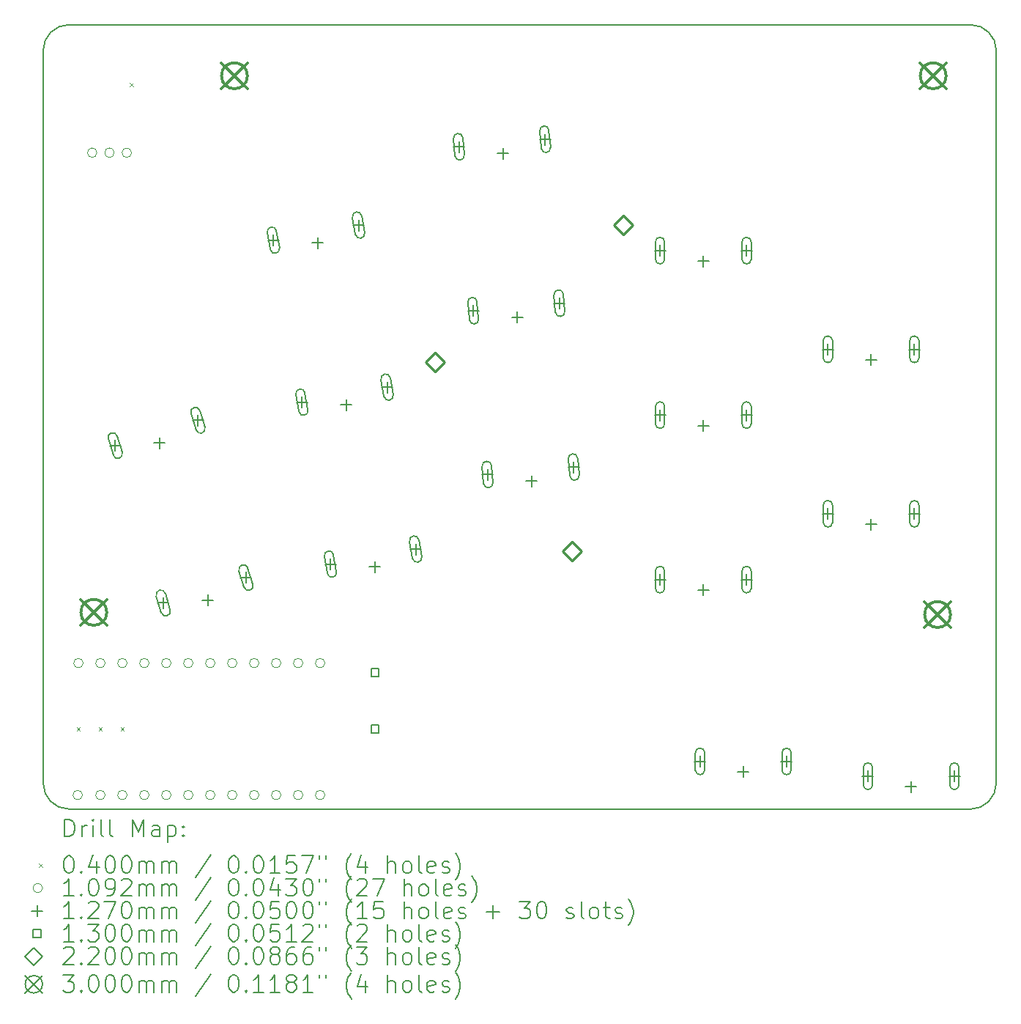
<source format=gbr>
%FSLAX45Y45*%
G04 Gerber Fmt 4.5, Leading zero omitted, Abs format (unit mm)*
G04 Created by KiCad (PCBNEW (6.0.4)) date 2022-08-11 03:07:47*
%MOMM*%
%LPD*%
G01*
G04 APERTURE LIST*
%TA.AperFunction,Profile*%
%ADD10C,0.150000*%
%TD*%
%ADD11C,0.200000*%
%ADD12C,0.040000*%
%ADD13C,0.109220*%
%ADD14C,0.127000*%
%ADD15C,0.130000*%
%ADD16C,0.220000*%
%ADD17C,0.300000*%
G04 APERTURE END LIST*
D10*
X19780321Y-14719637D02*
X30199060Y-14719637D01*
X19480323Y-14419637D02*
G75*
G03*
X19780321Y-14719637I299997J-3D01*
G01*
X19780321Y-5658142D02*
X30199060Y-5658142D01*
X30199060Y-14719630D02*
G75*
G03*
X30499060Y-14419637I10J299990D01*
G01*
X19480321Y-14419637D02*
X19480321Y-5958142D01*
X30499060Y-14419637D02*
X30499060Y-5958142D01*
X30499058Y-5958142D02*
G75*
G03*
X30199060Y-5658142I-299998J2D01*
G01*
X19780321Y-5658141D02*
G75*
G03*
X19480321Y-5958142I-1J-299999D01*
G01*
D11*
D12*
X19868200Y-13772200D02*
X19908200Y-13812200D01*
X19908200Y-13772200D02*
X19868200Y-13812200D01*
X20122200Y-13772200D02*
X20162200Y-13812200D01*
X20162200Y-13772200D02*
X20122200Y-13812200D01*
X20376200Y-13772200D02*
X20416200Y-13812200D01*
X20416200Y-13772200D02*
X20376200Y-13812200D01*
X20480264Y-6329371D02*
X20520264Y-6369371D01*
X20520264Y-6329371D02*
X20480264Y-6369371D01*
D13*
X19934435Y-14557400D02*
G75*
G03*
X19934435Y-14557400I-54610J0D01*
G01*
X19942810Y-13033400D02*
G75*
G03*
X19942810Y-13033400I-54610J0D01*
G01*
X20101610Y-7137400D02*
G75*
G03*
X20101610Y-7137400I-54610J0D01*
G01*
X20196810Y-13033400D02*
G75*
G03*
X20196810Y-13033400I-54610J0D01*
G01*
X20196810Y-14557400D02*
G75*
G03*
X20196810Y-14557400I-54610J0D01*
G01*
X20301610Y-7137400D02*
G75*
G03*
X20301610Y-7137400I-54610J0D01*
G01*
X20450810Y-13033400D02*
G75*
G03*
X20450810Y-13033400I-54610J0D01*
G01*
X20450810Y-14557400D02*
G75*
G03*
X20450810Y-14557400I-54610J0D01*
G01*
X20501610Y-7137400D02*
G75*
G03*
X20501610Y-7137400I-54610J0D01*
G01*
X20704810Y-13033400D02*
G75*
G03*
X20704810Y-13033400I-54610J0D01*
G01*
X20704810Y-14557400D02*
G75*
G03*
X20704810Y-14557400I-54610J0D01*
G01*
X20958810Y-13033400D02*
G75*
G03*
X20958810Y-13033400I-54610J0D01*
G01*
X20958810Y-14557400D02*
G75*
G03*
X20958810Y-14557400I-54610J0D01*
G01*
X21212810Y-13033400D02*
G75*
G03*
X21212810Y-13033400I-54610J0D01*
G01*
X21212810Y-14557400D02*
G75*
G03*
X21212810Y-14557400I-54610J0D01*
G01*
X21466810Y-13033400D02*
G75*
G03*
X21466810Y-13033400I-54610J0D01*
G01*
X21466810Y-14557400D02*
G75*
G03*
X21466810Y-14557400I-54610J0D01*
G01*
X21720810Y-13033400D02*
G75*
G03*
X21720810Y-13033400I-54610J0D01*
G01*
X21720810Y-14557400D02*
G75*
G03*
X21720810Y-14557400I-54610J0D01*
G01*
X21974810Y-13033400D02*
G75*
G03*
X21974810Y-13033400I-54610J0D01*
G01*
X21974810Y-14557400D02*
G75*
G03*
X21974810Y-14557400I-54610J0D01*
G01*
X22228810Y-13033400D02*
G75*
G03*
X22228810Y-13033400I-54610J0D01*
G01*
X22228810Y-14557400D02*
G75*
G03*
X22228810Y-14557400I-54610J0D01*
G01*
X22482810Y-13033400D02*
G75*
G03*
X22482810Y-13033400I-54610J0D01*
G01*
X22482810Y-14557400D02*
G75*
G03*
X22482810Y-14557400I-54610J0D01*
G01*
X22736810Y-13033400D02*
G75*
G03*
X22736810Y-13033400I-54610J0D01*
G01*
X22736810Y-14557400D02*
G75*
G03*
X22736810Y-14557400I-54610J0D01*
G01*
D14*
X20313469Y-10456899D02*
X20313469Y-10583899D01*
X20249969Y-10520399D02*
X20376969Y-10520399D01*
D11*
X20233070Y-10440411D02*
X20291544Y-10631672D01*
X20335394Y-10409127D02*
X20393869Y-10600388D01*
X20291544Y-10631672D02*
G75*
G03*
X20393869Y-10600388I51162J15642D01*
G01*
X20335394Y-10409127D02*
G75*
G03*
X20233070Y-10440411I-51162J-15642D01*
G01*
D14*
X20826767Y-10425669D02*
X20826767Y-10552669D01*
X20763267Y-10489169D02*
X20890267Y-10489169D01*
X20868975Y-12273878D02*
X20868975Y-12400878D01*
X20805475Y-12337378D02*
X20932475Y-12337378D01*
D11*
X20788576Y-12257390D02*
X20847050Y-12448651D01*
X20890900Y-12226106D02*
X20949375Y-12417367D01*
X20847050Y-12448651D02*
G75*
G03*
X20949375Y-12417367I51162J15642D01*
G01*
X20890900Y-12226106D02*
G75*
G03*
X20788576Y-12257390I-51162J-15642D01*
G01*
D14*
X21269835Y-10164727D02*
X21269835Y-10291727D01*
X21206335Y-10228227D02*
X21333335Y-10228227D01*
D11*
X21189435Y-10148238D02*
X21247910Y-10339499D01*
X21291760Y-10116955D02*
X21350234Y-10308216D01*
X21247910Y-10339499D02*
G75*
G03*
X21350234Y-10308216I51162J15642D01*
G01*
X21291760Y-10116955D02*
G75*
G03*
X21189435Y-10148238I-51162J-15642D01*
G01*
D14*
X21382273Y-12242648D02*
X21382273Y-12369648D01*
X21318773Y-12306148D02*
X21445773Y-12306148D01*
X21825341Y-11981706D02*
X21825341Y-12108706D01*
X21761841Y-12045206D02*
X21888841Y-12045206D01*
D11*
X21744942Y-11965217D02*
X21803416Y-12156478D01*
X21847266Y-11933934D02*
X21905741Y-12125195D01*
X21803416Y-12156478D02*
G75*
G03*
X21905741Y-12125195I51162J15642D01*
G01*
X21847266Y-11933934D02*
G75*
G03*
X21744942Y-11965217I-51162J-15642D01*
G01*
D14*
X22141885Y-8083693D02*
X22141885Y-8210693D01*
X22078385Y-8147193D02*
X22205385Y-8147193D01*
D11*
X22071833Y-8058003D02*
X22106563Y-8254964D01*
X22177208Y-8039422D02*
X22211937Y-8236384D01*
X22106563Y-8254964D02*
G75*
G03*
X22211937Y-8236384I52687J9290D01*
G01*
X22177208Y-8039422D02*
G75*
G03*
X22071833Y-8058003I-52687J-9290D01*
G01*
D14*
X22471817Y-9954828D02*
X22471817Y-10081828D01*
X22408317Y-10018328D02*
X22535317Y-10018328D01*
D11*
X22401765Y-9929138D02*
X22436494Y-10126099D01*
X22507139Y-9910557D02*
X22541869Y-10107519D01*
X22436494Y-10126099D02*
G75*
G03*
X22541869Y-10107519I52687J9290D01*
G01*
X22507139Y-9910557D02*
G75*
G03*
X22401765Y-9929138I-52687J-9290D01*
G01*
D14*
X22655163Y-8115251D02*
X22655163Y-8242251D01*
X22591663Y-8178751D02*
X22718663Y-8178751D01*
X22801748Y-11825963D02*
X22801748Y-11952963D01*
X22738248Y-11889463D02*
X22865248Y-11889463D01*
D11*
X22731696Y-11800272D02*
X22766426Y-11997234D01*
X22837071Y-11781692D02*
X22871800Y-11978653D01*
X22766426Y-11997234D02*
G75*
G03*
X22871800Y-11978653I52687J9290D01*
G01*
X22837071Y-11781692D02*
G75*
G03*
X22731696Y-11800272I-52687J-9290D01*
G01*
D14*
X22985094Y-9986386D02*
X22985094Y-10113386D01*
X22921594Y-10049886D02*
X23048594Y-10049886D01*
X23126729Y-7910251D02*
X23126729Y-8037251D01*
X23063229Y-7973751D02*
X23190229Y-7973751D01*
D11*
X23056677Y-7884560D02*
X23091407Y-8081522D01*
X23162051Y-7865980D02*
X23196781Y-8062941D01*
X23091407Y-8081522D02*
G75*
G03*
X23196781Y-8062941I52687J9290D01*
G01*
X23162051Y-7865980D02*
G75*
G03*
X23056677Y-7884560I-52687J-9290D01*
G01*
D14*
X23315026Y-11857521D02*
X23315026Y-11984521D01*
X23251526Y-11921021D02*
X23378526Y-11921021D01*
X23456660Y-9781385D02*
X23456660Y-9908385D01*
X23393160Y-9844885D02*
X23520160Y-9844885D01*
D11*
X23386608Y-9755695D02*
X23421338Y-9952656D01*
X23491983Y-9737114D02*
X23526712Y-9934076D01*
X23421338Y-9952656D02*
G75*
G03*
X23526712Y-9934076I52687J9290D01*
G01*
X23491983Y-9737114D02*
G75*
G03*
X23386608Y-9755695I-52687J-9290D01*
G01*
D14*
X23786592Y-11652520D02*
X23786592Y-11779520D01*
X23723092Y-11716020D02*
X23850092Y-11716020D01*
D11*
X23716540Y-11626829D02*
X23751270Y-11823791D01*
X23821914Y-11608249D02*
X23856644Y-11805211D01*
X23751270Y-11823791D02*
G75*
G03*
X23856644Y-11805211I52687J9290D01*
G01*
X23821914Y-11608249D02*
G75*
G03*
X23716540Y-11626829I-52687J-9290D01*
G01*
D14*
X24286334Y-7005883D02*
X24286334Y-7132883D01*
X24222834Y-7069383D02*
X24349834Y-7069383D01*
D11*
X24224322Y-6974427D02*
X24241753Y-7173666D01*
X24330915Y-6965101D02*
X24348346Y-7164340D01*
X24241753Y-7173666D02*
G75*
G03*
X24348346Y-7164340I53296J4663D01*
G01*
X24330915Y-6965101D02*
G75*
G03*
X24224322Y-6974427I-53296J-4663D01*
G01*
D14*
X24451930Y-8898653D02*
X24451930Y-9025653D01*
X24388430Y-8962153D02*
X24515430Y-8962153D01*
D11*
X24389918Y-8867197D02*
X24407349Y-9066436D01*
X24496511Y-8857871D02*
X24513942Y-9057110D01*
X24407349Y-9066436D02*
G75*
G03*
X24513942Y-9057110I53296J4663D01*
G01*
X24496511Y-8857871D02*
G75*
G03*
X24389918Y-8867197I-53296J-4663D01*
G01*
D14*
X24617526Y-10791423D02*
X24617526Y-10918423D01*
X24554026Y-10854923D02*
X24681026Y-10854923D01*
D11*
X24555514Y-10759967D02*
X24572945Y-10959206D01*
X24662107Y-10750641D02*
X24679538Y-10949880D01*
X24572945Y-10959206D02*
G75*
G03*
X24679538Y-10949880I53296J4663D01*
G01*
X24662107Y-10750641D02*
G75*
G03*
X24555514Y-10759967I-53296J-4663D01*
G01*
D14*
X24794908Y-7082057D02*
X24794908Y-7209057D01*
X24731408Y-7145557D02*
X24858408Y-7145557D01*
X24960504Y-8974827D02*
X24960504Y-9101827D01*
X24897004Y-9038327D02*
X25024004Y-9038327D01*
X25126100Y-10867596D02*
X25126100Y-10994596D01*
X25062600Y-10931096D02*
X25189600Y-10931096D01*
X25282547Y-6918935D02*
X25282547Y-7045935D01*
X25219047Y-6982435D02*
X25346047Y-6982435D01*
D11*
X25220535Y-6887479D02*
X25237966Y-7086718D01*
X25327128Y-6878153D02*
X25344559Y-7077392D01*
X25237966Y-7086718D02*
G75*
G03*
X25344559Y-7077392I53296J4663D01*
G01*
X25327128Y-6878153D02*
G75*
G03*
X25220535Y-6887479I-53296J-4663D01*
G01*
D14*
X25448143Y-8811705D02*
X25448143Y-8938705D01*
X25384643Y-8875205D02*
X25511643Y-8875205D01*
D11*
X25386131Y-8780249D02*
X25403562Y-8979488D01*
X25492724Y-8770923D02*
X25510155Y-8970162D01*
X25403562Y-8979488D02*
G75*
G03*
X25510155Y-8970162I53296J4663D01*
G01*
X25492724Y-8770923D02*
G75*
G03*
X25386131Y-8780249I-53296J-4663D01*
G01*
D14*
X25613739Y-10704475D02*
X25613739Y-10831475D01*
X25550239Y-10767975D02*
X25677239Y-10767975D01*
D11*
X25551727Y-10673019D02*
X25569158Y-10872258D01*
X25658320Y-10663693D02*
X25675751Y-10862932D01*
X25569158Y-10872258D02*
G75*
G03*
X25675751Y-10862932I53296J4663D01*
G01*
X25658320Y-10663693D02*
G75*
G03*
X25551727Y-10673019I-53296J-4663D01*
G01*
D14*
X26611560Y-8204928D02*
X26611560Y-8331928D01*
X26548060Y-8268428D02*
X26675060Y-8268428D01*
D11*
X26558060Y-8168428D02*
X26558060Y-8368428D01*
X26665060Y-8168428D02*
X26665060Y-8368428D01*
X26558060Y-8368428D02*
G75*
G03*
X26665060Y-8368428I53500J0D01*
G01*
X26665060Y-8168428D02*
G75*
G03*
X26558060Y-8168428I-53500J0D01*
G01*
D14*
X26611560Y-10104928D02*
X26611560Y-10231928D01*
X26548060Y-10168428D02*
X26675060Y-10168428D01*
D11*
X26558060Y-10068428D02*
X26558060Y-10268428D01*
X26665060Y-10068428D02*
X26665060Y-10268428D01*
X26558060Y-10268428D02*
G75*
G03*
X26665060Y-10268428I53500J0D01*
G01*
X26665060Y-10068428D02*
G75*
G03*
X26558060Y-10068428I-53500J0D01*
G01*
D14*
X26611560Y-12004928D02*
X26611560Y-12131928D01*
X26548060Y-12068428D02*
X26675060Y-12068428D01*
D11*
X26558060Y-11968428D02*
X26558060Y-12168428D01*
X26665060Y-11968428D02*
X26665060Y-12168428D01*
X26558060Y-12168428D02*
G75*
G03*
X26665060Y-12168428I53500J0D01*
G01*
X26665060Y-11968428D02*
G75*
G03*
X26558060Y-11968428I-53500J0D01*
G01*
D14*
X27074060Y-14104928D02*
X27074060Y-14231928D01*
X27010560Y-14168428D02*
X27137560Y-14168428D01*
D11*
X27020560Y-14068428D02*
X27020560Y-14268428D01*
X27127560Y-14068428D02*
X27127560Y-14268428D01*
X27020560Y-14268428D02*
G75*
G03*
X27127560Y-14268428I53500J0D01*
G01*
X27127560Y-14068428D02*
G75*
G03*
X27020560Y-14068428I-53500J0D01*
G01*
D14*
X27111560Y-8325137D02*
X27111560Y-8452137D01*
X27048060Y-8388637D02*
X27175060Y-8388637D01*
X27111560Y-10225137D02*
X27111560Y-10352137D01*
X27048060Y-10288637D02*
X27175060Y-10288637D01*
X27111560Y-12125137D02*
X27111560Y-12252137D01*
X27048060Y-12188637D02*
X27175060Y-12188637D01*
X27574060Y-14225137D02*
X27574060Y-14352137D01*
X27510560Y-14288637D02*
X27637560Y-14288637D01*
X27611560Y-8205137D02*
X27611560Y-8332137D01*
X27548060Y-8268637D02*
X27675060Y-8268637D01*
D11*
X27558060Y-8168637D02*
X27558060Y-8368637D01*
X27665060Y-8168637D02*
X27665060Y-8368637D01*
X27558060Y-8368637D02*
G75*
G03*
X27665060Y-8368637I53500J0D01*
G01*
X27665060Y-8168637D02*
G75*
G03*
X27558060Y-8168637I-53500J0D01*
G01*
D14*
X27611560Y-10105137D02*
X27611560Y-10232137D01*
X27548060Y-10168637D02*
X27675060Y-10168637D01*
D11*
X27558060Y-10068637D02*
X27558060Y-10268637D01*
X27665060Y-10068637D02*
X27665060Y-10268637D01*
X27558060Y-10268637D02*
G75*
G03*
X27665060Y-10268637I53500J0D01*
G01*
X27665060Y-10068637D02*
G75*
G03*
X27558060Y-10068637I-53500J0D01*
G01*
D14*
X27611560Y-12005137D02*
X27611560Y-12132137D01*
X27548060Y-12068637D02*
X27675060Y-12068637D01*
D11*
X27558060Y-11968637D02*
X27558060Y-12168637D01*
X27665060Y-11968637D02*
X27665060Y-12168637D01*
X27558060Y-12168637D02*
G75*
G03*
X27665060Y-12168637I53500J0D01*
G01*
X27665060Y-11968637D02*
G75*
G03*
X27558060Y-11968637I-53500J0D01*
G01*
D14*
X28074060Y-14105137D02*
X28074060Y-14232137D01*
X28010560Y-14168637D02*
X28137560Y-14168637D01*
D11*
X28020560Y-14068637D02*
X28020560Y-14268637D01*
X28127560Y-14068637D02*
X28127560Y-14268637D01*
X28020560Y-14268637D02*
G75*
G03*
X28127560Y-14268637I53500J0D01*
G01*
X28127560Y-14068637D02*
G75*
G03*
X28020560Y-14068637I-53500J0D01*
G01*
D14*
X28551560Y-9344928D02*
X28551560Y-9471928D01*
X28488060Y-9408428D02*
X28615060Y-9408428D01*
D11*
X28498060Y-9308428D02*
X28498060Y-9508428D01*
X28605060Y-9308428D02*
X28605060Y-9508428D01*
X28498060Y-9508428D02*
G75*
G03*
X28605060Y-9508428I53500J0D01*
G01*
X28605060Y-9308428D02*
G75*
G03*
X28498060Y-9308428I-53500J0D01*
G01*
D14*
X28551560Y-11244928D02*
X28551560Y-11371928D01*
X28488060Y-11308428D02*
X28615060Y-11308428D01*
D11*
X28498060Y-11208428D02*
X28498060Y-11408428D01*
X28605060Y-11208428D02*
X28605060Y-11408428D01*
X28498060Y-11408428D02*
G75*
G03*
X28605060Y-11408428I53500J0D01*
G01*
X28605060Y-11208428D02*
G75*
G03*
X28498060Y-11208428I-53500J0D01*
G01*
D14*
X29014060Y-14275928D02*
X29014060Y-14402928D01*
X28950560Y-14339428D02*
X29077560Y-14339428D01*
D11*
X28960560Y-14239428D02*
X28960560Y-14439428D01*
X29067560Y-14239428D02*
X29067560Y-14439428D01*
X28960560Y-14439428D02*
G75*
G03*
X29067560Y-14439428I53500J0D01*
G01*
X29067560Y-14239428D02*
G75*
G03*
X28960560Y-14239428I-53500J0D01*
G01*
D14*
X29051560Y-9465137D02*
X29051560Y-9592137D01*
X28988060Y-9528637D02*
X29115060Y-9528637D01*
X29051560Y-11365137D02*
X29051560Y-11492137D01*
X28988060Y-11428637D02*
X29115060Y-11428637D01*
X29514060Y-14396137D02*
X29514060Y-14523137D01*
X29450560Y-14459637D02*
X29577560Y-14459637D01*
X29551560Y-9345137D02*
X29551560Y-9472137D01*
X29488060Y-9408637D02*
X29615060Y-9408637D01*
D11*
X29498060Y-9308637D02*
X29498060Y-9508637D01*
X29605060Y-9308637D02*
X29605060Y-9508637D01*
X29498060Y-9508637D02*
G75*
G03*
X29605060Y-9508637I53500J0D01*
G01*
X29605060Y-9308637D02*
G75*
G03*
X29498060Y-9308637I-53500J0D01*
G01*
D14*
X29551560Y-11245137D02*
X29551560Y-11372137D01*
X29488060Y-11308637D02*
X29615060Y-11308637D01*
D11*
X29498060Y-11208637D02*
X29498060Y-11408637D01*
X29605060Y-11208637D02*
X29605060Y-11408637D01*
X29498060Y-11408637D02*
G75*
G03*
X29605060Y-11408637I53500J0D01*
G01*
X29605060Y-11208637D02*
G75*
G03*
X29498060Y-11208637I-53500J0D01*
G01*
D14*
X30014060Y-14276137D02*
X30014060Y-14403137D01*
X29950560Y-14339637D02*
X30077560Y-14339637D01*
D11*
X29960560Y-14239637D02*
X29960560Y-14439637D01*
X30067560Y-14239637D02*
X30067560Y-14439637D01*
X29960560Y-14439637D02*
G75*
G03*
X30067560Y-14439637I53500J0D01*
G01*
X30067560Y-14239637D02*
G75*
G03*
X29960560Y-14239637I-53500J0D01*
G01*
D15*
X23363162Y-13191362D02*
X23363162Y-13099438D01*
X23271238Y-13099438D01*
X23271238Y-13191362D01*
X23363162Y-13191362D01*
X23363162Y-13841362D02*
X23363162Y-13749438D01*
X23271238Y-13749438D01*
X23271238Y-13841362D01*
X23363162Y-13841362D01*
D16*
X24007846Y-9669139D02*
X24117846Y-9559139D01*
X24007846Y-9449139D01*
X23897846Y-9559139D01*
X24007846Y-9669139D01*
X25591385Y-11848693D02*
X25701385Y-11738693D01*
X25591385Y-11628693D01*
X25481385Y-11738693D01*
X25591385Y-11848693D01*
X26187400Y-8085600D02*
X26297400Y-7975600D01*
X26187400Y-7865600D01*
X26077400Y-7975600D01*
X26187400Y-8085600D01*
D17*
X19916000Y-12296000D02*
X20216000Y-12596000D01*
X20216000Y-12296000D02*
X19916000Y-12596000D01*
X20216000Y-12446000D02*
G75*
G03*
X20216000Y-12446000I-150000J0D01*
G01*
X21541600Y-6098400D02*
X21841600Y-6398400D01*
X21841600Y-6098400D02*
X21541600Y-6398400D01*
X21841600Y-6248400D02*
G75*
G03*
X21841600Y-6248400I-150000J0D01*
G01*
X29618800Y-6098400D02*
X29918800Y-6398400D01*
X29918800Y-6098400D02*
X29618800Y-6398400D01*
X29918800Y-6248400D02*
G75*
G03*
X29918800Y-6248400I-150000J0D01*
G01*
X29669600Y-12321400D02*
X29969600Y-12621400D01*
X29969600Y-12321400D02*
X29669600Y-12621400D01*
X29969600Y-12471400D02*
G75*
G03*
X29969600Y-12471400I-150000J0D01*
G01*
D11*
X19730440Y-15037613D02*
X19730440Y-14837613D01*
X19778059Y-14837613D01*
X19806630Y-14847137D01*
X19825678Y-14866184D01*
X19835202Y-14885232D01*
X19844726Y-14923327D01*
X19844726Y-14951899D01*
X19835202Y-14989994D01*
X19825678Y-15009041D01*
X19806630Y-15028089D01*
X19778059Y-15037613D01*
X19730440Y-15037613D01*
X19930440Y-15037613D02*
X19930440Y-14904279D01*
X19930440Y-14942375D02*
X19939964Y-14923327D01*
X19949488Y-14913803D01*
X19968535Y-14904279D01*
X19987583Y-14904279D01*
X20054249Y-15037613D02*
X20054249Y-14904279D01*
X20054249Y-14837613D02*
X20044726Y-14847137D01*
X20054249Y-14856660D01*
X20063773Y-14847137D01*
X20054249Y-14837613D01*
X20054249Y-14856660D01*
X20178059Y-15037613D02*
X20159011Y-15028089D01*
X20149488Y-15009041D01*
X20149488Y-14837613D01*
X20282821Y-15037613D02*
X20263773Y-15028089D01*
X20254249Y-15009041D01*
X20254249Y-14837613D01*
X20511392Y-15037613D02*
X20511392Y-14837613D01*
X20578059Y-14980470D01*
X20644726Y-14837613D01*
X20644726Y-15037613D01*
X20825678Y-15037613D02*
X20825678Y-14932851D01*
X20816154Y-14913803D01*
X20797107Y-14904279D01*
X20759011Y-14904279D01*
X20739964Y-14913803D01*
X20825678Y-15028089D02*
X20806630Y-15037613D01*
X20759011Y-15037613D01*
X20739964Y-15028089D01*
X20730440Y-15009041D01*
X20730440Y-14989994D01*
X20739964Y-14970946D01*
X20759011Y-14961422D01*
X20806630Y-14961422D01*
X20825678Y-14951899D01*
X20920916Y-14904279D02*
X20920916Y-15104279D01*
X20920916Y-14913803D02*
X20939964Y-14904279D01*
X20978059Y-14904279D01*
X20997107Y-14913803D01*
X21006630Y-14923327D01*
X21016154Y-14942375D01*
X21016154Y-14999518D01*
X21006630Y-15018565D01*
X20997107Y-15028089D01*
X20978059Y-15037613D01*
X20939964Y-15037613D01*
X20920916Y-15028089D01*
X21101869Y-15018565D02*
X21111392Y-15028089D01*
X21101869Y-15037613D01*
X21092345Y-15028089D01*
X21101869Y-15018565D01*
X21101869Y-15037613D01*
X21101869Y-14913803D02*
X21111392Y-14923327D01*
X21101869Y-14932851D01*
X21092345Y-14923327D01*
X21101869Y-14913803D01*
X21101869Y-14932851D01*
D12*
X19432821Y-15347137D02*
X19472821Y-15387137D01*
X19472821Y-15347137D02*
X19432821Y-15387137D01*
D11*
X19768535Y-15257613D02*
X19787583Y-15257613D01*
X19806630Y-15267137D01*
X19816154Y-15276660D01*
X19825678Y-15295708D01*
X19835202Y-15333803D01*
X19835202Y-15381422D01*
X19825678Y-15419518D01*
X19816154Y-15438565D01*
X19806630Y-15448089D01*
X19787583Y-15457613D01*
X19768535Y-15457613D01*
X19749488Y-15448089D01*
X19739964Y-15438565D01*
X19730440Y-15419518D01*
X19720916Y-15381422D01*
X19720916Y-15333803D01*
X19730440Y-15295708D01*
X19739964Y-15276660D01*
X19749488Y-15267137D01*
X19768535Y-15257613D01*
X19920916Y-15438565D02*
X19930440Y-15448089D01*
X19920916Y-15457613D01*
X19911392Y-15448089D01*
X19920916Y-15438565D01*
X19920916Y-15457613D01*
X20101869Y-15324279D02*
X20101869Y-15457613D01*
X20054249Y-15248089D02*
X20006630Y-15390946D01*
X20130440Y-15390946D01*
X20244726Y-15257613D02*
X20263773Y-15257613D01*
X20282821Y-15267137D01*
X20292345Y-15276660D01*
X20301869Y-15295708D01*
X20311392Y-15333803D01*
X20311392Y-15381422D01*
X20301869Y-15419518D01*
X20292345Y-15438565D01*
X20282821Y-15448089D01*
X20263773Y-15457613D01*
X20244726Y-15457613D01*
X20225678Y-15448089D01*
X20216154Y-15438565D01*
X20206630Y-15419518D01*
X20197107Y-15381422D01*
X20197107Y-15333803D01*
X20206630Y-15295708D01*
X20216154Y-15276660D01*
X20225678Y-15267137D01*
X20244726Y-15257613D01*
X20435202Y-15257613D02*
X20454249Y-15257613D01*
X20473297Y-15267137D01*
X20482821Y-15276660D01*
X20492345Y-15295708D01*
X20501869Y-15333803D01*
X20501869Y-15381422D01*
X20492345Y-15419518D01*
X20482821Y-15438565D01*
X20473297Y-15448089D01*
X20454249Y-15457613D01*
X20435202Y-15457613D01*
X20416154Y-15448089D01*
X20406630Y-15438565D01*
X20397107Y-15419518D01*
X20387583Y-15381422D01*
X20387583Y-15333803D01*
X20397107Y-15295708D01*
X20406630Y-15276660D01*
X20416154Y-15267137D01*
X20435202Y-15257613D01*
X20587583Y-15457613D02*
X20587583Y-15324279D01*
X20587583Y-15343327D02*
X20597107Y-15333803D01*
X20616154Y-15324279D01*
X20644726Y-15324279D01*
X20663773Y-15333803D01*
X20673297Y-15352851D01*
X20673297Y-15457613D01*
X20673297Y-15352851D02*
X20682821Y-15333803D01*
X20701869Y-15324279D01*
X20730440Y-15324279D01*
X20749488Y-15333803D01*
X20759011Y-15352851D01*
X20759011Y-15457613D01*
X20854249Y-15457613D02*
X20854249Y-15324279D01*
X20854249Y-15343327D02*
X20863773Y-15333803D01*
X20882821Y-15324279D01*
X20911392Y-15324279D01*
X20930440Y-15333803D01*
X20939964Y-15352851D01*
X20939964Y-15457613D01*
X20939964Y-15352851D02*
X20949488Y-15333803D01*
X20968535Y-15324279D01*
X20997107Y-15324279D01*
X21016154Y-15333803D01*
X21025678Y-15352851D01*
X21025678Y-15457613D01*
X21416154Y-15248089D02*
X21244726Y-15505232D01*
X21673297Y-15257613D02*
X21692345Y-15257613D01*
X21711392Y-15267137D01*
X21720916Y-15276660D01*
X21730440Y-15295708D01*
X21739964Y-15333803D01*
X21739964Y-15381422D01*
X21730440Y-15419518D01*
X21720916Y-15438565D01*
X21711392Y-15448089D01*
X21692345Y-15457613D01*
X21673297Y-15457613D01*
X21654249Y-15448089D01*
X21644726Y-15438565D01*
X21635202Y-15419518D01*
X21625678Y-15381422D01*
X21625678Y-15333803D01*
X21635202Y-15295708D01*
X21644726Y-15276660D01*
X21654249Y-15267137D01*
X21673297Y-15257613D01*
X21825678Y-15438565D02*
X21835202Y-15448089D01*
X21825678Y-15457613D01*
X21816154Y-15448089D01*
X21825678Y-15438565D01*
X21825678Y-15457613D01*
X21959011Y-15257613D02*
X21978059Y-15257613D01*
X21997107Y-15267137D01*
X22006630Y-15276660D01*
X22016154Y-15295708D01*
X22025678Y-15333803D01*
X22025678Y-15381422D01*
X22016154Y-15419518D01*
X22006630Y-15438565D01*
X21997107Y-15448089D01*
X21978059Y-15457613D01*
X21959011Y-15457613D01*
X21939964Y-15448089D01*
X21930440Y-15438565D01*
X21920916Y-15419518D01*
X21911392Y-15381422D01*
X21911392Y-15333803D01*
X21920916Y-15295708D01*
X21930440Y-15276660D01*
X21939964Y-15267137D01*
X21959011Y-15257613D01*
X22216154Y-15457613D02*
X22101869Y-15457613D01*
X22159011Y-15457613D02*
X22159011Y-15257613D01*
X22139964Y-15286184D01*
X22120916Y-15305232D01*
X22101869Y-15314756D01*
X22397107Y-15257613D02*
X22301869Y-15257613D01*
X22292345Y-15352851D01*
X22301869Y-15343327D01*
X22320916Y-15333803D01*
X22368535Y-15333803D01*
X22387583Y-15343327D01*
X22397107Y-15352851D01*
X22406630Y-15371899D01*
X22406630Y-15419518D01*
X22397107Y-15438565D01*
X22387583Y-15448089D01*
X22368535Y-15457613D01*
X22320916Y-15457613D01*
X22301869Y-15448089D01*
X22292345Y-15438565D01*
X22473297Y-15257613D02*
X22606630Y-15257613D01*
X22520916Y-15457613D01*
X22673297Y-15257613D02*
X22673297Y-15295708D01*
X22749487Y-15257613D02*
X22749487Y-15295708D01*
X23044726Y-15533803D02*
X23035202Y-15524279D01*
X23016154Y-15495708D01*
X23006630Y-15476660D01*
X22997107Y-15448089D01*
X22987583Y-15400470D01*
X22987583Y-15362375D01*
X22997107Y-15314756D01*
X23006630Y-15286184D01*
X23016154Y-15267137D01*
X23035202Y-15238565D01*
X23044726Y-15229041D01*
X23206630Y-15324279D02*
X23206630Y-15457613D01*
X23159011Y-15248089D02*
X23111392Y-15390946D01*
X23235202Y-15390946D01*
X23463773Y-15457613D02*
X23463773Y-15257613D01*
X23549487Y-15457613D02*
X23549487Y-15352851D01*
X23539964Y-15333803D01*
X23520916Y-15324279D01*
X23492345Y-15324279D01*
X23473297Y-15333803D01*
X23463773Y-15343327D01*
X23673297Y-15457613D02*
X23654249Y-15448089D01*
X23644726Y-15438565D01*
X23635202Y-15419518D01*
X23635202Y-15362375D01*
X23644726Y-15343327D01*
X23654249Y-15333803D01*
X23673297Y-15324279D01*
X23701868Y-15324279D01*
X23720916Y-15333803D01*
X23730440Y-15343327D01*
X23739964Y-15362375D01*
X23739964Y-15419518D01*
X23730440Y-15438565D01*
X23720916Y-15448089D01*
X23701868Y-15457613D01*
X23673297Y-15457613D01*
X23854249Y-15457613D02*
X23835202Y-15448089D01*
X23825678Y-15429041D01*
X23825678Y-15257613D01*
X24006630Y-15448089D02*
X23987583Y-15457613D01*
X23949487Y-15457613D01*
X23930440Y-15448089D01*
X23920916Y-15429041D01*
X23920916Y-15352851D01*
X23930440Y-15333803D01*
X23949487Y-15324279D01*
X23987583Y-15324279D01*
X24006630Y-15333803D01*
X24016154Y-15352851D01*
X24016154Y-15371899D01*
X23920916Y-15390946D01*
X24092345Y-15448089D02*
X24111392Y-15457613D01*
X24149487Y-15457613D01*
X24168535Y-15448089D01*
X24178059Y-15429041D01*
X24178059Y-15419518D01*
X24168535Y-15400470D01*
X24149487Y-15390946D01*
X24120916Y-15390946D01*
X24101868Y-15381422D01*
X24092345Y-15362375D01*
X24092345Y-15352851D01*
X24101868Y-15333803D01*
X24120916Y-15324279D01*
X24149487Y-15324279D01*
X24168535Y-15333803D01*
X24244726Y-15533803D02*
X24254249Y-15524279D01*
X24273297Y-15495708D01*
X24282821Y-15476660D01*
X24292345Y-15448089D01*
X24301868Y-15400470D01*
X24301868Y-15362375D01*
X24292345Y-15314756D01*
X24282821Y-15286184D01*
X24273297Y-15267137D01*
X24254249Y-15238565D01*
X24244726Y-15229041D01*
D13*
X19472821Y-15631137D02*
G75*
G03*
X19472821Y-15631137I-54610J0D01*
G01*
D11*
X19835202Y-15721613D02*
X19720916Y-15721613D01*
X19778059Y-15721613D02*
X19778059Y-15521613D01*
X19759011Y-15550184D01*
X19739964Y-15569232D01*
X19720916Y-15578756D01*
X19920916Y-15702565D02*
X19930440Y-15712089D01*
X19920916Y-15721613D01*
X19911392Y-15712089D01*
X19920916Y-15702565D01*
X19920916Y-15721613D01*
X20054249Y-15521613D02*
X20073297Y-15521613D01*
X20092345Y-15531137D01*
X20101869Y-15540660D01*
X20111392Y-15559708D01*
X20120916Y-15597803D01*
X20120916Y-15645422D01*
X20111392Y-15683518D01*
X20101869Y-15702565D01*
X20092345Y-15712089D01*
X20073297Y-15721613D01*
X20054249Y-15721613D01*
X20035202Y-15712089D01*
X20025678Y-15702565D01*
X20016154Y-15683518D01*
X20006630Y-15645422D01*
X20006630Y-15597803D01*
X20016154Y-15559708D01*
X20025678Y-15540660D01*
X20035202Y-15531137D01*
X20054249Y-15521613D01*
X20216154Y-15721613D02*
X20254249Y-15721613D01*
X20273297Y-15712089D01*
X20282821Y-15702565D01*
X20301869Y-15673994D01*
X20311392Y-15635899D01*
X20311392Y-15559708D01*
X20301869Y-15540660D01*
X20292345Y-15531137D01*
X20273297Y-15521613D01*
X20235202Y-15521613D01*
X20216154Y-15531137D01*
X20206630Y-15540660D01*
X20197107Y-15559708D01*
X20197107Y-15607327D01*
X20206630Y-15626375D01*
X20216154Y-15635899D01*
X20235202Y-15645422D01*
X20273297Y-15645422D01*
X20292345Y-15635899D01*
X20301869Y-15626375D01*
X20311392Y-15607327D01*
X20387583Y-15540660D02*
X20397107Y-15531137D01*
X20416154Y-15521613D01*
X20463773Y-15521613D01*
X20482821Y-15531137D01*
X20492345Y-15540660D01*
X20501869Y-15559708D01*
X20501869Y-15578756D01*
X20492345Y-15607327D01*
X20378059Y-15721613D01*
X20501869Y-15721613D01*
X20587583Y-15721613D02*
X20587583Y-15588279D01*
X20587583Y-15607327D02*
X20597107Y-15597803D01*
X20616154Y-15588279D01*
X20644726Y-15588279D01*
X20663773Y-15597803D01*
X20673297Y-15616851D01*
X20673297Y-15721613D01*
X20673297Y-15616851D02*
X20682821Y-15597803D01*
X20701869Y-15588279D01*
X20730440Y-15588279D01*
X20749488Y-15597803D01*
X20759011Y-15616851D01*
X20759011Y-15721613D01*
X20854249Y-15721613D02*
X20854249Y-15588279D01*
X20854249Y-15607327D02*
X20863773Y-15597803D01*
X20882821Y-15588279D01*
X20911392Y-15588279D01*
X20930440Y-15597803D01*
X20939964Y-15616851D01*
X20939964Y-15721613D01*
X20939964Y-15616851D02*
X20949488Y-15597803D01*
X20968535Y-15588279D01*
X20997107Y-15588279D01*
X21016154Y-15597803D01*
X21025678Y-15616851D01*
X21025678Y-15721613D01*
X21416154Y-15512089D02*
X21244726Y-15769232D01*
X21673297Y-15521613D02*
X21692345Y-15521613D01*
X21711392Y-15531137D01*
X21720916Y-15540660D01*
X21730440Y-15559708D01*
X21739964Y-15597803D01*
X21739964Y-15645422D01*
X21730440Y-15683518D01*
X21720916Y-15702565D01*
X21711392Y-15712089D01*
X21692345Y-15721613D01*
X21673297Y-15721613D01*
X21654249Y-15712089D01*
X21644726Y-15702565D01*
X21635202Y-15683518D01*
X21625678Y-15645422D01*
X21625678Y-15597803D01*
X21635202Y-15559708D01*
X21644726Y-15540660D01*
X21654249Y-15531137D01*
X21673297Y-15521613D01*
X21825678Y-15702565D02*
X21835202Y-15712089D01*
X21825678Y-15721613D01*
X21816154Y-15712089D01*
X21825678Y-15702565D01*
X21825678Y-15721613D01*
X21959011Y-15521613D02*
X21978059Y-15521613D01*
X21997107Y-15531137D01*
X22006630Y-15540660D01*
X22016154Y-15559708D01*
X22025678Y-15597803D01*
X22025678Y-15645422D01*
X22016154Y-15683518D01*
X22006630Y-15702565D01*
X21997107Y-15712089D01*
X21978059Y-15721613D01*
X21959011Y-15721613D01*
X21939964Y-15712089D01*
X21930440Y-15702565D01*
X21920916Y-15683518D01*
X21911392Y-15645422D01*
X21911392Y-15597803D01*
X21920916Y-15559708D01*
X21930440Y-15540660D01*
X21939964Y-15531137D01*
X21959011Y-15521613D01*
X22197107Y-15588279D02*
X22197107Y-15721613D01*
X22149488Y-15512089D02*
X22101869Y-15654946D01*
X22225678Y-15654946D01*
X22282821Y-15521613D02*
X22406630Y-15521613D01*
X22339964Y-15597803D01*
X22368535Y-15597803D01*
X22387583Y-15607327D01*
X22397107Y-15616851D01*
X22406630Y-15635899D01*
X22406630Y-15683518D01*
X22397107Y-15702565D01*
X22387583Y-15712089D01*
X22368535Y-15721613D01*
X22311392Y-15721613D01*
X22292345Y-15712089D01*
X22282821Y-15702565D01*
X22530440Y-15521613D02*
X22549487Y-15521613D01*
X22568535Y-15531137D01*
X22578059Y-15540660D01*
X22587583Y-15559708D01*
X22597107Y-15597803D01*
X22597107Y-15645422D01*
X22587583Y-15683518D01*
X22578059Y-15702565D01*
X22568535Y-15712089D01*
X22549487Y-15721613D01*
X22530440Y-15721613D01*
X22511392Y-15712089D01*
X22501868Y-15702565D01*
X22492345Y-15683518D01*
X22482821Y-15645422D01*
X22482821Y-15597803D01*
X22492345Y-15559708D01*
X22501868Y-15540660D01*
X22511392Y-15531137D01*
X22530440Y-15521613D01*
X22673297Y-15521613D02*
X22673297Y-15559708D01*
X22749487Y-15521613D02*
X22749487Y-15559708D01*
X23044726Y-15797803D02*
X23035202Y-15788279D01*
X23016154Y-15759708D01*
X23006630Y-15740660D01*
X22997107Y-15712089D01*
X22987583Y-15664470D01*
X22987583Y-15626375D01*
X22997107Y-15578756D01*
X23006630Y-15550184D01*
X23016154Y-15531137D01*
X23035202Y-15502565D01*
X23044726Y-15493041D01*
X23111392Y-15540660D02*
X23120916Y-15531137D01*
X23139964Y-15521613D01*
X23187583Y-15521613D01*
X23206630Y-15531137D01*
X23216154Y-15540660D01*
X23225678Y-15559708D01*
X23225678Y-15578756D01*
X23216154Y-15607327D01*
X23101868Y-15721613D01*
X23225678Y-15721613D01*
X23292345Y-15521613D02*
X23425678Y-15521613D01*
X23339964Y-15721613D01*
X23654249Y-15721613D02*
X23654249Y-15521613D01*
X23739964Y-15721613D02*
X23739964Y-15616851D01*
X23730440Y-15597803D01*
X23711392Y-15588279D01*
X23682821Y-15588279D01*
X23663773Y-15597803D01*
X23654249Y-15607327D01*
X23863773Y-15721613D02*
X23844726Y-15712089D01*
X23835202Y-15702565D01*
X23825678Y-15683518D01*
X23825678Y-15626375D01*
X23835202Y-15607327D01*
X23844726Y-15597803D01*
X23863773Y-15588279D01*
X23892345Y-15588279D01*
X23911392Y-15597803D01*
X23920916Y-15607327D01*
X23930440Y-15626375D01*
X23930440Y-15683518D01*
X23920916Y-15702565D01*
X23911392Y-15712089D01*
X23892345Y-15721613D01*
X23863773Y-15721613D01*
X24044726Y-15721613D02*
X24025678Y-15712089D01*
X24016154Y-15693041D01*
X24016154Y-15521613D01*
X24197107Y-15712089D02*
X24178059Y-15721613D01*
X24139964Y-15721613D01*
X24120916Y-15712089D01*
X24111392Y-15693041D01*
X24111392Y-15616851D01*
X24120916Y-15597803D01*
X24139964Y-15588279D01*
X24178059Y-15588279D01*
X24197107Y-15597803D01*
X24206630Y-15616851D01*
X24206630Y-15635899D01*
X24111392Y-15654946D01*
X24282821Y-15712089D02*
X24301868Y-15721613D01*
X24339964Y-15721613D01*
X24359011Y-15712089D01*
X24368535Y-15693041D01*
X24368535Y-15683518D01*
X24359011Y-15664470D01*
X24339964Y-15654946D01*
X24311392Y-15654946D01*
X24292345Y-15645422D01*
X24282821Y-15626375D01*
X24282821Y-15616851D01*
X24292345Y-15597803D01*
X24311392Y-15588279D01*
X24339964Y-15588279D01*
X24359011Y-15597803D01*
X24435202Y-15797803D02*
X24444726Y-15788279D01*
X24463773Y-15759708D01*
X24473297Y-15740660D01*
X24482821Y-15712089D01*
X24492345Y-15664470D01*
X24492345Y-15626375D01*
X24482821Y-15578756D01*
X24473297Y-15550184D01*
X24463773Y-15531137D01*
X24444726Y-15502565D01*
X24435202Y-15493041D01*
D14*
X19409321Y-15831637D02*
X19409321Y-15958637D01*
X19345821Y-15895137D02*
X19472821Y-15895137D01*
D11*
X19835202Y-15985613D02*
X19720916Y-15985613D01*
X19778059Y-15985613D02*
X19778059Y-15785613D01*
X19759011Y-15814184D01*
X19739964Y-15833232D01*
X19720916Y-15842756D01*
X19920916Y-15966565D02*
X19930440Y-15976089D01*
X19920916Y-15985613D01*
X19911392Y-15976089D01*
X19920916Y-15966565D01*
X19920916Y-15985613D01*
X20006630Y-15804660D02*
X20016154Y-15795137D01*
X20035202Y-15785613D01*
X20082821Y-15785613D01*
X20101869Y-15795137D01*
X20111392Y-15804660D01*
X20120916Y-15823708D01*
X20120916Y-15842756D01*
X20111392Y-15871327D01*
X19997107Y-15985613D01*
X20120916Y-15985613D01*
X20187583Y-15785613D02*
X20320916Y-15785613D01*
X20235202Y-15985613D01*
X20435202Y-15785613D02*
X20454249Y-15785613D01*
X20473297Y-15795137D01*
X20482821Y-15804660D01*
X20492345Y-15823708D01*
X20501869Y-15861803D01*
X20501869Y-15909422D01*
X20492345Y-15947518D01*
X20482821Y-15966565D01*
X20473297Y-15976089D01*
X20454249Y-15985613D01*
X20435202Y-15985613D01*
X20416154Y-15976089D01*
X20406630Y-15966565D01*
X20397107Y-15947518D01*
X20387583Y-15909422D01*
X20387583Y-15861803D01*
X20397107Y-15823708D01*
X20406630Y-15804660D01*
X20416154Y-15795137D01*
X20435202Y-15785613D01*
X20587583Y-15985613D02*
X20587583Y-15852279D01*
X20587583Y-15871327D02*
X20597107Y-15861803D01*
X20616154Y-15852279D01*
X20644726Y-15852279D01*
X20663773Y-15861803D01*
X20673297Y-15880851D01*
X20673297Y-15985613D01*
X20673297Y-15880851D02*
X20682821Y-15861803D01*
X20701869Y-15852279D01*
X20730440Y-15852279D01*
X20749488Y-15861803D01*
X20759011Y-15880851D01*
X20759011Y-15985613D01*
X20854249Y-15985613D02*
X20854249Y-15852279D01*
X20854249Y-15871327D02*
X20863773Y-15861803D01*
X20882821Y-15852279D01*
X20911392Y-15852279D01*
X20930440Y-15861803D01*
X20939964Y-15880851D01*
X20939964Y-15985613D01*
X20939964Y-15880851D02*
X20949488Y-15861803D01*
X20968535Y-15852279D01*
X20997107Y-15852279D01*
X21016154Y-15861803D01*
X21025678Y-15880851D01*
X21025678Y-15985613D01*
X21416154Y-15776089D02*
X21244726Y-16033232D01*
X21673297Y-15785613D02*
X21692345Y-15785613D01*
X21711392Y-15795137D01*
X21720916Y-15804660D01*
X21730440Y-15823708D01*
X21739964Y-15861803D01*
X21739964Y-15909422D01*
X21730440Y-15947518D01*
X21720916Y-15966565D01*
X21711392Y-15976089D01*
X21692345Y-15985613D01*
X21673297Y-15985613D01*
X21654249Y-15976089D01*
X21644726Y-15966565D01*
X21635202Y-15947518D01*
X21625678Y-15909422D01*
X21625678Y-15861803D01*
X21635202Y-15823708D01*
X21644726Y-15804660D01*
X21654249Y-15795137D01*
X21673297Y-15785613D01*
X21825678Y-15966565D02*
X21835202Y-15976089D01*
X21825678Y-15985613D01*
X21816154Y-15976089D01*
X21825678Y-15966565D01*
X21825678Y-15985613D01*
X21959011Y-15785613D02*
X21978059Y-15785613D01*
X21997107Y-15795137D01*
X22006630Y-15804660D01*
X22016154Y-15823708D01*
X22025678Y-15861803D01*
X22025678Y-15909422D01*
X22016154Y-15947518D01*
X22006630Y-15966565D01*
X21997107Y-15976089D01*
X21978059Y-15985613D01*
X21959011Y-15985613D01*
X21939964Y-15976089D01*
X21930440Y-15966565D01*
X21920916Y-15947518D01*
X21911392Y-15909422D01*
X21911392Y-15861803D01*
X21920916Y-15823708D01*
X21930440Y-15804660D01*
X21939964Y-15795137D01*
X21959011Y-15785613D01*
X22206630Y-15785613D02*
X22111392Y-15785613D01*
X22101869Y-15880851D01*
X22111392Y-15871327D01*
X22130440Y-15861803D01*
X22178059Y-15861803D01*
X22197107Y-15871327D01*
X22206630Y-15880851D01*
X22216154Y-15899899D01*
X22216154Y-15947518D01*
X22206630Y-15966565D01*
X22197107Y-15976089D01*
X22178059Y-15985613D01*
X22130440Y-15985613D01*
X22111392Y-15976089D01*
X22101869Y-15966565D01*
X22339964Y-15785613D02*
X22359011Y-15785613D01*
X22378059Y-15795137D01*
X22387583Y-15804660D01*
X22397107Y-15823708D01*
X22406630Y-15861803D01*
X22406630Y-15909422D01*
X22397107Y-15947518D01*
X22387583Y-15966565D01*
X22378059Y-15976089D01*
X22359011Y-15985613D01*
X22339964Y-15985613D01*
X22320916Y-15976089D01*
X22311392Y-15966565D01*
X22301869Y-15947518D01*
X22292345Y-15909422D01*
X22292345Y-15861803D01*
X22301869Y-15823708D01*
X22311392Y-15804660D01*
X22320916Y-15795137D01*
X22339964Y-15785613D01*
X22530440Y-15785613D02*
X22549487Y-15785613D01*
X22568535Y-15795137D01*
X22578059Y-15804660D01*
X22587583Y-15823708D01*
X22597107Y-15861803D01*
X22597107Y-15909422D01*
X22587583Y-15947518D01*
X22578059Y-15966565D01*
X22568535Y-15976089D01*
X22549487Y-15985613D01*
X22530440Y-15985613D01*
X22511392Y-15976089D01*
X22501868Y-15966565D01*
X22492345Y-15947518D01*
X22482821Y-15909422D01*
X22482821Y-15861803D01*
X22492345Y-15823708D01*
X22501868Y-15804660D01*
X22511392Y-15795137D01*
X22530440Y-15785613D01*
X22673297Y-15785613D02*
X22673297Y-15823708D01*
X22749487Y-15785613D02*
X22749487Y-15823708D01*
X23044726Y-16061803D02*
X23035202Y-16052279D01*
X23016154Y-16023708D01*
X23006630Y-16004660D01*
X22997107Y-15976089D01*
X22987583Y-15928470D01*
X22987583Y-15890375D01*
X22997107Y-15842756D01*
X23006630Y-15814184D01*
X23016154Y-15795137D01*
X23035202Y-15766565D01*
X23044726Y-15757041D01*
X23225678Y-15985613D02*
X23111392Y-15985613D01*
X23168535Y-15985613D02*
X23168535Y-15785613D01*
X23149487Y-15814184D01*
X23130440Y-15833232D01*
X23111392Y-15842756D01*
X23406630Y-15785613D02*
X23311392Y-15785613D01*
X23301868Y-15880851D01*
X23311392Y-15871327D01*
X23330440Y-15861803D01*
X23378059Y-15861803D01*
X23397107Y-15871327D01*
X23406630Y-15880851D01*
X23416154Y-15899899D01*
X23416154Y-15947518D01*
X23406630Y-15966565D01*
X23397107Y-15976089D01*
X23378059Y-15985613D01*
X23330440Y-15985613D01*
X23311392Y-15976089D01*
X23301868Y-15966565D01*
X23654249Y-15985613D02*
X23654249Y-15785613D01*
X23739964Y-15985613D02*
X23739964Y-15880851D01*
X23730440Y-15861803D01*
X23711392Y-15852279D01*
X23682821Y-15852279D01*
X23663773Y-15861803D01*
X23654249Y-15871327D01*
X23863773Y-15985613D02*
X23844726Y-15976089D01*
X23835202Y-15966565D01*
X23825678Y-15947518D01*
X23825678Y-15890375D01*
X23835202Y-15871327D01*
X23844726Y-15861803D01*
X23863773Y-15852279D01*
X23892345Y-15852279D01*
X23911392Y-15861803D01*
X23920916Y-15871327D01*
X23930440Y-15890375D01*
X23930440Y-15947518D01*
X23920916Y-15966565D01*
X23911392Y-15976089D01*
X23892345Y-15985613D01*
X23863773Y-15985613D01*
X24044726Y-15985613D02*
X24025678Y-15976089D01*
X24016154Y-15957041D01*
X24016154Y-15785613D01*
X24197107Y-15976089D02*
X24178059Y-15985613D01*
X24139964Y-15985613D01*
X24120916Y-15976089D01*
X24111392Y-15957041D01*
X24111392Y-15880851D01*
X24120916Y-15861803D01*
X24139964Y-15852279D01*
X24178059Y-15852279D01*
X24197107Y-15861803D01*
X24206630Y-15880851D01*
X24206630Y-15899899D01*
X24111392Y-15918946D01*
X24282821Y-15976089D02*
X24301868Y-15985613D01*
X24339964Y-15985613D01*
X24359011Y-15976089D01*
X24368535Y-15957041D01*
X24368535Y-15947518D01*
X24359011Y-15928470D01*
X24339964Y-15918946D01*
X24311392Y-15918946D01*
X24292345Y-15909422D01*
X24282821Y-15890375D01*
X24282821Y-15880851D01*
X24292345Y-15861803D01*
X24311392Y-15852279D01*
X24339964Y-15852279D01*
X24359011Y-15861803D01*
X24606630Y-15909422D02*
X24759011Y-15909422D01*
X24682821Y-15985613D02*
X24682821Y-15833232D01*
X24987583Y-15785613D02*
X25111392Y-15785613D01*
X25044726Y-15861803D01*
X25073297Y-15861803D01*
X25092345Y-15871327D01*
X25101868Y-15880851D01*
X25111392Y-15899899D01*
X25111392Y-15947518D01*
X25101868Y-15966565D01*
X25092345Y-15976089D01*
X25073297Y-15985613D01*
X25016154Y-15985613D01*
X24997107Y-15976089D01*
X24987583Y-15966565D01*
X25235202Y-15785613D02*
X25254249Y-15785613D01*
X25273297Y-15795137D01*
X25282821Y-15804660D01*
X25292345Y-15823708D01*
X25301868Y-15861803D01*
X25301868Y-15909422D01*
X25292345Y-15947518D01*
X25282821Y-15966565D01*
X25273297Y-15976089D01*
X25254249Y-15985613D01*
X25235202Y-15985613D01*
X25216154Y-15976089D01*
X25206630Y-15966565D01*
X25197107Y-15947518D01*
X25187583Y-15909422D01*
X25187583Y-15861803D01*
X25197107Y-15823708D01*
X25206630Y-15804660D01*
X25216154Y-15795137D01*
X25235202Y-15785613D01*
X25530440Y-15976089D02*
X25549487Y-15985613D01*
X25587583Y-15985613D01*
X25606630Y-15976089D01*
X25616154Y-15957041D01*
X25616154Y-15947518D01*
X25606630Y-15928470D01*
X25587583Y-15918946D01*
X25559011Y-15918946D01*
X25539964Y-15909422D01*
X25530440Y-15890375D01*
X25530440Y-15880851D01*
X25539964Y-15861803D01*
X25559011Y-15852279D01*
X25587583Y-15852279D01*
X25606630Y-15861803D01*
X25730440Y-15985613D02*
X25711392Y-15976089D01*
X25701868Y-15957041D01*
X25701868Y-15785613D01*
X25835202Y-15985613D02*
X25816154Y-15976089D01*
X25806630Y-15966565D01*
X25797107Y-15947518D01*
X25797107Y-15890375D01*
X25806630Y-15871327D01*
X25816154Y-15861803D01*
X25835202Y-15852279D01*
X25863773Y-15852279D01*
X25882821Y-15861803D01*
X25892345Y-15871327D01*
X25901868Y-15890375D01*
X25901868Y-15947518D01*
X25892345Y-15966565D01*
X25882821Y-15976089D01*
X25863773Y-15985613D01*
X25835202Y-15985613D01*
X25959011Y-15852279D02*
X26035202Y-15852279D01*
X25987583Y-15785613D02*
X25987583Y-15957041D01*
X25997107Y-15976089D01*
X26016154Y-15985613D01*
X26035202Y-15985613D01*
X26092345Y-15976089D02*
X26111392Y-15985613D01*
X26149487Y-15985613D01*
X26168535Y-15976089D01*
X26178059Y-15957041D01*
X26178059Y-15947518D01*
X26168535Y-15928470D01*
X26149487Y-15918946D01*
X26120916Y-15918946D01*
X26101868Y-15909422D01*
X26092345Y-15890375D01*
X26092345Y-15880851D01*
X26101868Y-15861803D01*
X26120916Y-15852279D01*
X26149487Y-15852279D01*
X26168535Y-15861803D01*
X26244726Y-16061803D02*
X26254249Y-16052279D01*
X26273297Y-16023708D01*
X26282821Y-16004660D01*
X26292345Y-15976089D01*
X26301868Y-15928470D01*
X26301868Y-15890375D01*
X26292345Y-15842756D01*
X26282821Y-15814184D01*
X26273297Y-15795137D01*
X26254249Y-15766565D01*
X26244726Y-15757041D01*
D15*
X19453783Y-16205099D02*
X19453783Y-16113174D01*
X19361859Y-16113174D01*
X19361859Y-16205099D01*
X19453783Y-16205099D01*
D11*
X19835202Y-16249613D02*
X19720916Y-16249613D01*
X19778059Y-16249613D02*
X19778059Y-16049613D01*
X19759011Y-16078184D01*
X19739964Y-16097232D01*
X19720916Y-16106756D01*
X19920916Y-16230565D02*
X19930440Y-16240089D01*
X19920916Y-16249613D01*
X19911392Y-16240089D01*
X19920916Y-16230565D01*
X19920916Y-16249613D01*
X19997107Y-16049613D02*
X20120916Y-16049613D01*
X20054249Y-16125803D01*
X20082821Y-16125803D01*
X20101869Y-16135327D01*
X20111392Y-16144851D01*
X20120916Y-16163899D01*
X20120916Y-16211518D01*
X20111392Y-16230565D01*
X20101869Y-16240089D01*
X20082821Y-16249613D01*
X20025678Y-16249613D01*
X20006630Y-16240089D01*
X19997107Y-16230565D01*
X20244726Y-16049613D02*
X20263773Y-16049613D01*
X20282821Y-16059137D01*
X20292345Y-16068660D01*
X20301869Y-16087708D01*
X20311392Y-16125803D01*
X20311392Y-16173422D01*
X20301869Y-16211518D01*
X20292345Y-16230565D01*
X20282821Y-16240089D01*
X20263773Y-16249613D01*
X20244726Y-16249613D01*
X20225678Y-16240089D01*
X20216154Y-16230565D01*
X20206630Y-16211518D01*
X20197107Y-16173422D01*
X20197107Y-16125803D01*
X20206630Y-16087708D01*
X20216154Y-16068660D01*
X20225678Y-16059137D01*
X20244726Y-16049613D01*
X20435202Y-16049613D02*
X20454249Y-16049613D01*
X20473297Y-16059137D01*
X20482821Y-16068660D01*
X20492345Y-16087708D01*
X20501869Y-16125803D01*
X20501869Y-16173422D01*
X20492345Y-16211518D01*
X20482821Y-16230565D01*
X20473297Y-16240089D01*
X20454249Y-16249613D01*
X20435202Y-16249613D01*
X20416154Y-16240089D01*
X20406630Y-16230565D01*
X20397107Y-16211518D01*
X20387583Y-16173422D01*
X20387583Y-16125803D01*
X20397107Y-16087708D01*
X20406630Y-16068660D01*
X20416154Y-16059137D01*
X20435202Y-16049613D01*
X20587583Y-16249613D02*
X20587583Y-16116279D01*
X20587583Y-16135327D02*
X20597107Y-16125803D01*
X20616154Y-16116279D01*
X20644726Y-16116279D01*
X20663773Y-16125803D01*
X20673297Y-16144851D01*
X20673297Y-16249613D01*
X20673297Y-16144851D02*
X20682821Y-16125803D01*
X20701869Y-16116279D01*
X20730440Y-16116279D01*
X20749488Y-16125803D01*
X20759011Y-16144851D01*
X20759011Y-16249613D01*
X20854249Y-16249613D02*
X20854249Y-16116279D01*
X20854249Y-16135327D02*
X20863773Y-16125803D01*
X20882821Y-16116279D01*
X20911392Y-16116279D01*
X20930440Y-16125803D01*
X20939964Y-16144851D01*
X20939964Y-16249613D01*
X20939964Y-16144851D02*
X20949488Y-16125803D01*
X20968535Y-16116279D01*
X20997107Y-16116279D01*
X21016154Y-16125803D01*
X21025678Y-16144851D01*
X21025678Y-16249613D01*
X21416154Y-16040089D02*
X21244726Y-16297232D01*
X21673297Y-16049613D02*
X21692345Y-16049613D01*
X21711392Y-16059137D01*
X21720916Y-16068660D01*
X21730440Y-16087708D01*
X21739964Y-16125803D01*
X21739964Y-16173422D01*
X21730440Y-16211518D01*
X21720916Y-16230565D01*
X21711392Y-16240089D01*
X21692345Y-16249613D01*
X21673297Y-16249613D01*
X21654249Y-16240089D01*
X21644726Y-16230565D01*
X21635202Y-16211518D01*
X21625678Y-16173422D01*
X21625678Y-16125803D01*
X21635202Y-16087708D01*
X21644726Y-16068660D01*
X21654249Y-16059137D01*
X21673297Y-16049613D01*
X21825678Y-16230565D02*
X21835202Y-16240089D01*
X21825678Y-16249613D01*
X21816154Y-16240089D01*
X21825678Y-16230565D01*
X21825678Y-16249613D01*
X21959011Y-16049613D02*
X21978059Y-16049613D01*
X21997107Y-16059137D01*
X22006630Y-16068660D01*
X22016154Y-16087708D01*
X22025678Y-16125803D01*
X22025678Y-16173422D01*
X22016154Y-16211518D01*
X22006630Y-16230565D01*
X21997107Y-16240089D01*
X21978059Y-16249613D01*
X21959011Y-16249613D01*
X21939964Y-16240089D01*
X21930440Y-16230565D01*
X21920916Y-16211518D01*
X21911392Y-16173422D01*
X21911392Y-16125803D01*
X21920916Y-16087708D01*
X21930440Y-16068660D01*
X21939964Y-16059137D01*
X21959011Y-16049613D01*
X22206630Y-16049613D02*
X22111392Y-16049613D01*
X22101869Y-16144851D01*
X22111392Y-16135327D01*
X22130440Y-16125803D01*
X22178059Y-16125803D01*
X22197107Y-16135327D01*
X22206630Y-16144851D01*
X22216154Y-16163899D01*
X22216154Y-16211518D01*
X22206630Y-16230565D01*
X22197107Y-16240089D01*
X22178059Y-16249613D01*
X22130440Y-16249613D01*
X22111392Y-16240089D01*
X22101869Y-16230565D01*
X22406630Y-16249613D02*
X22292345Y-16249613D01*
X22349488Y-16249613D02*
X22349488Y-16049613D01*
X22330440Y-16078184D01*
X22311392Y-16097232D01*
X22292345Y-16106756D01*
X22482821Y-16068660D02*
X22492345Y-16059137D01*
X22511392Y-16049613D01*
X22559011Y-16049613D01*
X22578059Y-16059137D01*
X22587583Y-16068660D01*
X22597107Y-16087708D01*
X22597107Y-16106756D01*
X22587583Y-16135327D01*
X22473297Y-16249613D01*
X22597107Y-16249613D01*
X22673297Y-16049613D02*
X22673297Y-16087708D01*
X22749487Y-16049613D02*
X22749487Y-16087708D01*
X23044726Y-16325803D02*
X23035202Y-16316279D01*
X23016154Y-16287708D01*
X23006630Y-16268660D01*
X22997107Y-16240089D01*
X22987583Y-16192470D01*
X22987583Y-16154375D01*
X22997107Y-16106756D01*
X23006630Y-16078184D01*
X23016154Y-16059137D01*
X23035202Y-16030565D01*
X23044726Y-16021041D01*
X23111392Y-16068660D02*
X23120916Y-16059137D01*
X23139964Y-16049613D01*
X23187583Y-16049613D01*
X23206630Y-16059137D01*
X23216154Y-16068660D01*
X23225678Y-16087708D01*
X23225678Y-16106756D01*
X23216154Y-16135327D01*
X23101868Y-16249613D01*
X23225678Y-16249613D01*
X23463773Y-16249613D02*
X23463773Y-16049613D01*
X23549487Y-16249613D02*
X23549487Y-16144851D01*
X23539964Y-16125803D01*
X23520916Y-16116279D01*
X23492345Y-16116279D01*
X23473297Y-16125803D01*
X23463773Y-16135327D01*
X23673297Y-16249613D02*
X23654249Y-16240089D01*
X23644726Y-16230565D01*
X23635202Y-16211518D01*
X23635202Y-16154375D01*
X23644726Y-16135327D01*
X23654249Y-16125803D01*
X23673297Y-16116279D01*
X23701868Y-16116279D01*
X23720916Y-16125803D01*
X23730440Y-16135327D01*
X23739964Y-16154375D01*
X23739964Y-16211518D01*
X23730440Y-16230565D01*
X23720916Y-16240089D01*
X23701868Y-16249613D01*
X23673297Y-16249613D01*
X23854249Y-16249613D02*
X23835202Y-16240089D01*
X23825678Y-16221041D01*
X23825678Y-16049613D01*
X24006630Y-16240089D02*
X23987583Y-16249613D01*
X23949487Y-16249613D01*
X23930440Y-16240089D01*
X23920916Y-16221041D01*
X23920916Y-16144851D01*
X23930440Y-16125803D01*
X23949487Y-16116279D01*
X23987583Y-16116279D01*
X24006630Y-16125803D01*
X24016154Y-16144851D01*
X24016154Y-16163899D01*
X23920916Y-16182946D01*
X24092345Y-16240089D02*
X24111392Y-16249613D01*
X24149487Y-16249613D01*
X24168535Y-16240089D01*
X24178059Y-16221041D01*
X24178059Y-16211518D01*
X24168535Y-16192470D01*
X24149487Y-16182946D01*
X24120916Y-16182946D01*
X24101868Y-16173422D01*
X24092345Y-16154375D01*
X24092345Y-16144851D01*
X24101868Y-16125803D01*
X24120916Y-16116279D01*
X24149487Y-16116279D01*
X24168535Y-16125803D01*
X24244726Y-16325803D02*
X24254249Y-16316279D01*
X24273297Y-16287708D01*
X24282821Y-16268660D01*
X24292345Y-16240089D01*
X24301868Y-16192470D01*
X24301868Y-16154375D01*
X24292345Y-16106756D01*
X24282821Y-16078184D01*
X24273297Y-16059137D01*
X24254249Y-16030565D01*
X24244726Y-16021041D01*
X19372821Y-16523137D02*
X19472821Y-16423137D01*
X19372821Y-16323137D01*
X19272821Y-16423137D01*
X19372821Y-16523137D01*
X19720916Y-16332660D02*
X19730440Y-16323137D01*
X19749488Y-16313613D01*
X19797107Y-16313613D01*
X19816154Y-16323137D01*
X19825678Y-16332660D01*
X19835202Y-16351708D01*
X19835202Y-16370756D01*
X19825678Y-16399327D01*
X19711392Y-16513613D01*
X19835202Y-16513613D01*
X19920916Y-16494565D02*
X19930440Y-16504089D01*
X19920916Y-16513613D01*
X19911392Y-16504089D01*
X19920916Y-16494565D01*
X19920916Y-16513613D01*
X20006630Y-16332660D02*
X20016154Y-16323137D01*
X20035202Y-16313613D01*
X20082821Y-16313613D01*
X20101869Y-16323137D01*
X20111392Y-16332660D01*
X20120916Y-16351708D01*
X20120916Y-16370756D01*
X20111392Y-16399327D01*
X19997107Y-16513613D01*
X20120916Y-16513613D01*
X20244726Y-16313613D02*
X20263773Y-16313613D01*
X20282821Y-16323137D01*
X20292345Y-16332660D01*
X20301869Y-16351708D01*
X20311392Y-16389803D01*
X20311392Y-16437422D01*
X20301869Y-16475518D01*
X20292345Y-16494565D01*
X20282821Y-16504089D01*
X20263773Y-16513613D01*
X20244726Y-16513613D01*
X20225678Y-16504089D01*
X20216154Y-16494565D01*
X20206630Y-16475518D01*
X20197107Y-16437422D01*
X20197107Y-16389803D01*
X20206630Y-16351708D01*
X20216154Y-16332660D01*
X20225678Y-16323137D01*
X20244726Y-16313613D01*
X20435202Y-16313613D02*
X20454249Y-16313613D01*
X20473297Y-16323137D01*
X20482821Y-16332660D01*
X20492345Y-16351708D01*
X20501869Y-16389803D01*
X20501869Y-16437422D01*
X20492345Y-16475518D01*
X20482821Y-16494565D01*
X20473297Y-16504089D01*
X20454249Y-16513613D01*
X20435202Y-16513613D01*
X20416154Y-16504089D01*
X20406630Y-16494565D01*
X20397107Y-16475518D01*
X20387583Y-16437422D01*
X20387583Y-16389803D01*
X20397107Y-16351708D01*
X20406630Y-16332660D01*
X20416154Y-16323137D01*
X20435202Y-16313613D01*
X20587583Y-16513613D02*
X20587583Y-16380279D01*
X20587583Y-16399327D02*
X20597107Y-16389803D01*
X20616154Y-16380279D01*
X20644726Y-16380279D01*
X20663773Y-16389803D01*
X20673297Y-16408851D01*
X20673297Y-16513613D01*
X20673297Y-16408851D02*
X20682821Y-16389803D01*
X20701869Y-16380279D01*
X20730440Y-16380279D01*
X20749488Y-16389803D01*
X20759011Y-16408851D01*
X20759011Y-16513613D01*
X20854249Y-16513613D02*
X20854249Y-16380279D01*
X20854249Y-16399327D02*
X20863773Y-16389803D01*
X20882821Y-16380279D01*
X20911392Y-16380279D01*
X20930440Y-16389803D01*
X20939964Y-16408851D01*
X20939964Y-16513613D01*
X20939964Y-16408851D02*
X20949488Y-16389803D01*
X20968535Y-16380279D01*
X20997107Y-16380279D01*
X21016154Y-16389803D01*
X21025678Y-16408851D01*
X21025678Y-16513613D01*
X21416154Y-16304089D02*
X21244726Y-16561232D01*
X21673297Y-16313613D02*
X21692345Y-16313613D01*
X21711392Y-16323137D01*
X21720916Y-16332660D01*
X21730440Y-16351708D01*
X21739964Y-16389803D01*
X21739964Y-16437422D01*
X21730440Y-16475518D01*
X21720916Y-16494565D01*
X21711392Y-16504089D01*
X21692345Y-16513613D01*
X21673297Y-16513613D01*
X21654249Y-16504089D01*
X21644726Y-16494565D01*
X21635202Y-16475518D01*
X21625678Y-16437422D01*
X21625678Y-16389803D01*
X21635202Y-16351708D01*
X21644726Y-16332660D01*
X21654249Y-16323137D01*
X21673297Y-16313613D01*
X21825678Y-16494565D02*
X21835202Y-16504089D01*
X21825678Y-16513613D01*
X21816154Y-16504089D01*
X21825678Y-16494565D01*
X21825678Y-16513613D01*
X21959011Y-16313613D02*
X21978059Y-16313613D01*
X21997107Y-16323137D01*
X22006630Y-16332660D01*
X22016154Y-16351708D01*
X22025678Y-16389803D01*
X22025678Y-16437422D01*
X22016154Y-16475518D01*
X22006630Y-16494565D01*
X21997107Y-16504089D01*
X21978059Y-16513613D01*
X21959011Y-16513613D01*
X21939964Y-16504089D01*
X21930440Y-16494565D01*
X21920916Y-16475518D01*
X21911392Y-16437422D01*
X21911392Y-16389803D01*
X21920916Y-16351708D01*
X21930440Y-16332660D01*
X21939964Y-16323137D01*
X21959011Y-16313613D01*
X22139964Y-16399327D02*
X22120916Y-16389803D01*
X22111392Y-16380279D01*
X22101869Y-16361232D01*
X22101869Y-16351708D01*
X22111392Y-16332660D01*
X22120916Y-16323137D01*
X22139964Y-16313613D01*
X22178059Y-16313613D01*
X22197107Y-16323137D01*
X22206630Y-16332660D01*
X22216154Y-16351708D01*
X22216154Y-16361232D01*
X22206630Y-16380279D01*
X22197107Y-16389803D01*
X22178059Y-16399327D01*
X22139964Y-16399327D01*
X22120916Y-16408851D01*
X22111392Y-16418375D01*
X22101869Y-16437422D01*
X22101869Y-16475518D01*
X22111392Y-16494565D01*
X22120916Y-16504089D01*
X22139964Y-16513613D01*
X22178059Y-16513613D01*
X22197107Y-16504089D01*
X22206630Y-16494565D01*
X22216154Y-16475518D01*
X22216154Y-16437422D01*
X22206630Y-16418375D01*
X22197107Y-16408851D01*
X22178059Y-16399327D01*
X22387583Y-16313613D02*
X22349488Y-16313613D01*
X22330440Y-16323137D01*
X22320916Y-16332660D01*
X22301869Y-16361232D01*
X22292345Y-16399327D01*
X22292345Y-16475518D01*
X22301869Y-16494565D01*
X22311392Y-16504089D01*
X22330440Y-16513613D01*
X22368535Y-16513613D01*
X22387583Y-16504089D01*
X22397107Y-16494565D01*
X22406630Y-16475518D01*
X22406630Y-16427899D01*
X22397107Y-16408851D01*
X22387583Y-16399327D01*
X22368535Y-16389803D01*
X22330440Y-16389803D01*
X22311392Y-16399327D01*
X22301869Y-16408851D01*
X22292345Y-16427899D01*
X22578059Y-16313613D02*
X22539964Y-16313613D01*
X22520916Y-16323137D01*
X22511392Y-16332660D01*
X22492345Y-16361232D01*
X22482821Y-16399327D01*
X22482821Y-16475518D01*
X22492345Y-16494565D01*
X22501868Y-16504089D01*
X22520916Y-16513613D01*
X22559011Y-16513613D01*
X22578059Y-16504089D01*
X22587583Y-16494565D01*
X22597107Y-16475518D01*
X22597107Y-16427899D01*
X22587583Y-16408851D01*
X22578059Y-16399327D01*
X22559011Y-16389803D01*
X22520916Y-16389803D01*
X22501868Y-16399327D01*
X22492345Y-16408851D01*
X22482821Y-16427899D01*
X22673297Y-16313613D02*
X22673297Y-16351708D01*
X22749487Y-16313613D02*
X22749487Y-16351708D01*
X23044726Y-16589803D02*
X23035202Y-16580279D01*
X23016154Y-16551708D01*
X23006630Y-16532660D01*
X22997107Y-16504089D01*
X22987583Y-16456470D01*
X22987583Y-16418375D01*
X22997107Y-16370756D01*
X23006630Y-16342184D01*
X23016154Y-16323137D01*
X23035202Y-16294565D01*
X23044726Y-16285041D01*
X23101868Y-16313613D02*
X23225678Y-16313613D01*
X23159011Y-16389803D01*
X23187583Y-16389803D01*
X23206630Y-16399327D01*
X23216154Y-16408851D01*
X23225678Y-16427899D01*
X23225678Y-16475518D01*
X23216154Y-16494565D01*
X23206630Y-16504089D01*
X23187583Y-16513613D01*
X23130440Y-16513613D01*
X23111392Y-16504089D01*
X23101868Y-16494565D01*
X23463773Y-16513613D02*
X23463773Y-16313613D01*
X23549487Y-16513613D02*
X23549487Y-16408851D01*
X23539964Y-16389803D01*
X23520916Y-16380279D01*
X23492345Y-16380279D01*
X23473297Y-16389803D01*
X23463773Y-16399327D01*
X23673297Y-16513613D02*
X23654249Y-16504089D01*
X23644726Y-16494565D01*
X23635202Y-16475518D01*
X23635202Y-16418375D01*
X23644726Y-16399327D01*
X23654249Y-16389803D01*
X23673297Y-16380279D01*
X23701868Y-16380279D01*
X23720916Y-16389803D01*
X23730440Y-16399327D01*
X23739964Y-16418375D01*
X23739964Y-16475518D01*
X23730440Y-16494565D01*
X23720916Y-16504089D01*
X23701868Y-16513613D01*
X23673297Y-16513613D01*
X23854249Y-16513613D02*
X23835202Y-16504089D01*
X23825678Y-16485041D01*
X23825678Y-16313613D01*
X24006630Y-16504089D02*
X23987583Y-16513613D01*
X23949487Y-16513613D01*
X23930440Y-16504089D01*
X23920916Y-16485041D01*
X23920916Y-16408851D01*
X23930440Y-16389803D01*
X23949487Y-16380279D01*
X23987583Y-16380279D01*
X24006630Y-16389803D01*
X24016154Y-16408851D01*
X24016154Y-16427899D01*
X23920916Y-16446946D01*
X24092345Y-16504089D02*
X24111392Y-16513613D01*
X24149487Y-16513613D01*
X24168535Y-16504089D01*
X24178059Y-16485041D01*
X24178059Y-16475518D01*
X24168535Y-16456470D01*
X24149487Y-16446946D01*
X24120916Y-16446946D01*
X24101868Y-16437422D01*
X24092345Y-16418375D01*
X24092345Y-16408851D01*
X24101868Y-16389803D01*
X24120916Y-16380279D01*
X24149487Y-16380279D01*
X24168535Y-16389803D01*
X24244726Y-16589803D02*
X24254249Y-16580279D01*
X24273297Y-16551708D01*
X24282821Y-16532660D01*
X24292345Y-16504089D01*
X24301868Y-16456470D01*
X24301868Y-16418375D01*
X24292345Y-16370756D01*
X24282821Y-16342184D01*
X24273297Y-16323137D01*
X24254249Y-16294565D01*
X24244726Y-16285041D01*
X19272821Y-16643137D02*
X19472821Y-16843137D01*
X19472821Y-16643137D02*
X19272821Y-16843137D01*
X19472821Y-16743137D02*
G75*
G03*
X19472821Y-16743137I-100000J0D01*
G01*
X19711392Y-16633613D02*
X19835202Y-16633613D01*
X19768535Y-16709803D01*
X19797107Y-16709803D01*
X19816154Y-16719327D01*
X19825678Y-16728851D01*
X19835202Y-16747899D01*
X19835202Y-16795518D01*
X19825678Y-16814565D01*
X19816154Y-16824089D01*
X19797107Y-16833613D01*
X19739964Y-16833613D01*
X19720916Y-16824089D01*
X19711392Y-16814565D01*
X19920916Y-16814565D02*
X19930440Y-16824089D01*
X19920916Y-16833613D01*
X19911392Y-16824089D01*
X19920916Y-16814565D01*
X19920916Y-16833613D01*
X20054249Y-16633613D02*
X20073297Y-16633613D01*
X20092345Y-16643137D01*
X20101869Y-16652660D01*
X20111392Y-16671708D01*
X20120916Y-16709803D01*
X20120916Y-16757422D01*
X20111392Y-16795518D01*
X20101869Y-16814565D01*
X20092345Y-16824089D01*
X20073297Y-16833613D01*
X20054249Y-16833613D01*
X20035202Y-16824089D01*
X20025678Y-16814565D01*
X20016154Y-16795518D01*
X20006630Y-16757422D01*
X20006630Y-16709803D01*
X20016154Y-16671708D01*
X20025678Y-16652660D01*
X20035202Y-16643137D01*
X20054249Y-16633613D01*
X20244726Y-16633613D02*
X20263773Y-16633613D01*
X20282821Y-16643137D01*
X20292345Y-16652660D01*
X20301869Y-16671708D01*
X20311392Y-16709803D01*
X20311392Y-16757422D01*
X20301869Y-16795518D01*
X20292345Y-16814565D01*
X20282821Y-16824089D01*
X20263773Y-16833613D01*
X20244726Y-16833613D01*
X20225678Y-16824089D01*
X20216154Y-16814565D01*
X20206630Y-16795518D01*
X20197107Y-16757422D01*
X20197107Y-16709803D01*
X20206630Y-16671708D01*
X20216154Y-16652660D01*
X20225678Y-16643137D01*
X20244726Y-16633613D01*
X20435202Y-16633613D02*
X20454249Y-16633613D01*
X20473297Y-16643137D01*
X20482821Y-16652660D01*
X20492345Y-16671708D01*
X20501869Y-16709803D01*
X20501869Y-16757422D01*
X20492345Y-16795518D01*
X20482821Y-16814565D01*
X20473297Y-16824089D01*
X20454249Y-16833613D01*
X20435202Y-16833613D01*
X20416154Y-16824089D01*
X20406630Y-16814565D01*
X20397107Y-16795518D01*
X20387583Y-16757422D01*
X20387583Y-16709803D01*
X20397107Y-16671708D01*
X20406630Y-16652660D01*
X20416154Y-16643137D01*
X20435202Y-16633613D01*
X20587583Y-16833613D02*
X20587583Y-16700279D01*
X20587583Y-16719327D02*
X20597107Y-16709803D01*
X20616154Y-16700279D01*
X20644726Y-16700279D01*
X20663773Y-16709803D01*
X20673297Y-16728851D01*
X20673297Y-16833613D01*
X20673297Y-16728851D02*
X20682821Y-16709803D01*
X20701869Y-16700279D01*
X20730440Y-16700279D01*
X20749488Y-16709803D01*
X20759011Y-16728851D01*
X20759011Y-16833613D01*
X20854249Y-16833613D02*
X20854249Y-16700279D01*
X20854249Y-16719327D02*
X20863773Y-16709803D01*
X20882821Y-16700279D01*
X20911392Y-16700279D01*
X20930440Y-16709803D01*
X20939964Y-16728851D01*
X20939964Y-16833613D01*
X20939964Y-16728851D02*
X20949488Y-16709803D01*
X20968535Y-16700279D01*
X20997107Y-16700279D01*
X21016154Y-16709803D01*
X21025678Y-16728851D01*
X21025678Y-16833613D01*
X21416154Y-16624089D02*
X21244726Y-16881232D01*
X21673297Y-16633613D02*
X21692345Y-16633613D01*
X21711392Y-16643137D01*
X21720916Y-16652660D01*
X21730440Y-16671708D01*
X21739964Y-16709803D01*
X21739964Y-16757422D01*
X21730440Y-16795518D01*
X21720916Y-16814565D01*
X21711392Y-16824089D01*
X21692345Y-16833613D01*
X21673297Y-16833613D01*
X21654249Y-16824089D01*
X21644726Y-16814565D01*
X21635202Y-16795518D01*
X21625678Y-16757422D01*
X21625678Y-16709803D01*
X21635202Y-16671708D01*
X21644726Y-16652660D01*
X21654249Y-16643137D01*
X21673297Y-16633613D01*
X21825678Y-16814565D02*
X21835202Y-16824089D01*
X21825678Y-16833613D01*
X21816154Y-16824089D01*
X21825678Y-16814565D01*
X21825678Y-16833613D01*
X22025678Y-16833613D02*
X21911392Y-16833613D01*
X21968535Y-16833613D02*
X21968535Y-16633613D01*
X21949488Y-16662184D01*
X21930440Y-16681232D01*
X21911392Y-16690756D01*
X22216154Y-16833613D02*
X22101869Y-16833613D01*
X22159011Y-16833613D02*
X22159011Y-16633613D01*
X22139964Y-16662184D01*
X22120916Y-16681232D01*
X22101869Y-16690756D01*
X22330440Y-16719327D02*
X22311392Y-16709803D01*
X22301869Y-16700279D01*
X22292345Y-16681232D01*
X22292345Y-16671708D01*
X22301869Y-16652660D01*
X22311392Y-16643137D01*
X22330440Y-16633613D01*
X22368535Y-16633613D01*
X22387583Y-16643137D01*
X22397107Y-16652660D01*
X22406630Y-16671708D01*
X22406630Y-16681232D01*
X22397107Y-16700279D01*
X22387583Y-16709803D01*
X22368535Y-16719327D01*
X22330440Y-16719327D01*
X22311392Y-16728851D01*
X22301869Y-16738375D01*
X22292345Y-16757422D01*
X22292345Y-16795518D01*
X22301869Y-16814565D01*
X22311392Y-16824089D01*
X22330440Y-16833613D01*
X22368535Y-16833613D01*
X22387583Y-16824089D01*
X22397107Y-16814565D01*
X22406630Y-16795518D01*
X22406630Y-16757422D01*
X22397107Y-16738375D01*
X22387583Y-16728851D01*
X22368535Y-16719327D01*
X22597107Y-16833613D02*
X22482821Y-16833613D01*
X22539964Y-16833613D02*
X22539964Y-16633613D01*
X22520916Y-16662184D01*
X22501868Y-16681232D01*
X22482821Y-16690756D01*
X22673297Y-16633613D02*
X22673297Y-16671708D01*
X22749487Y-16633613D02*
X22749487Y-16671708D01*
X23044726Y-16909803D02*
X23035202Y-16900280D01*
X23016154Y-16871708D01*
X23006630Y-16852661D01*
X22997107Y-16824089D01*
X22987583Y-16776470D01*
X22987583Y-16738375D01*
X22997107Y-16690756D01*
X23006630Y-16662184D01*
X23016154Y-16643137D01*
X23035202Y-16614565D01*
X23044726Y-16605041D01*
X23206630Y-16700279D02*
X23206630Y-16833613D01*
X23159011Y-16624089D02*
X23111392Y-16766946D01*
X23235202Y-16766946D01*
X23463773Y-16833613D02*
X23463773Y-16633613D01*
X23549487Y-16833613D02*
X23549487Y-16728851D01*
X23539964Y-16709803D01*
X23520916Y-16700279D01*
X23492345Y-16700279D01*
X23473297Y-16709803D01*
X23463773Y-16719327D01*
X23673297Y-16833613D02*
X23654249Y-16824089D01*
X23644726Y-16814565D01*
X23635202Y-16795518D01*
X23635202Y-16738375D01*
X23644726Y-16719327D01*
X23654249Y-16709803D01*
X23673297Y-16700279D01*
X23701868Y-16700279D01*
X23720916Y-16709803D01*
X23730440Y-16719327D01*
X23739964Y-16738375D01*
X23739964Y-16795518D01*
X23730440Y-16814565D01*
X23720916Y-16824089D01*
X23701868Y-16833613D01*
X23673297Y-16833613D01*
X23854249Y-16833613D02*
X23835202Y-16824089D01*
X23825678Y-16805041D01*
X23825678Y-16633613D01*
X24006630Y-16824089D02*
X23987583Y-16833613D01*
X23949487Y-16833613D01*
X23930440Y-16824089D01*
X23920916Y-16805041D01*
X23920916Y-16728851D01*
X23930440Y-16709803D01*
X23949487Y-16700279D01*
X23987583Y-16700279D01*
X24006630Y-16709803D01*
X24016154Y-16728851D01*
X24016154Y-16747899D01*
X23920916Y-16766946D01*
X24092345Y-16824089D02*
X24111392Y-16833613D01*
X24149487Y-16833613D01*
X24168535Y-16824089D01*
X24178059Y-16805041D01*
X24178059Y-16795518D01*
X24168535Y-16776470D01*
X24149487Y-16766946D01*
X24120916Y-16766946D01*
X24101868Y-16757422D01*
X24092345Y-16738375D01*
X24092345Y-16728851D01*
X24101868Y-16709803D01*
X24120916Y-16700279D01*
X24149487Y-16700279D01*
X24168535Y-16709803D01*
X24244726Y-16909803D02*
X24254249Y-16900280D01*
X24273297Y-16871708D01*
X24282821Y-16852661D01*
X24292345Y-16824089D01*
X24301868Y-16776470D01*
X24301868Y-16738375D01*
X24292345Y-16690756D01*
X24282821Y-16662184D01*
X24273297Y-16643137D01*
X24254249Y-16614565D01*
X24244726Y-16605041D01*
M02*

</source>
